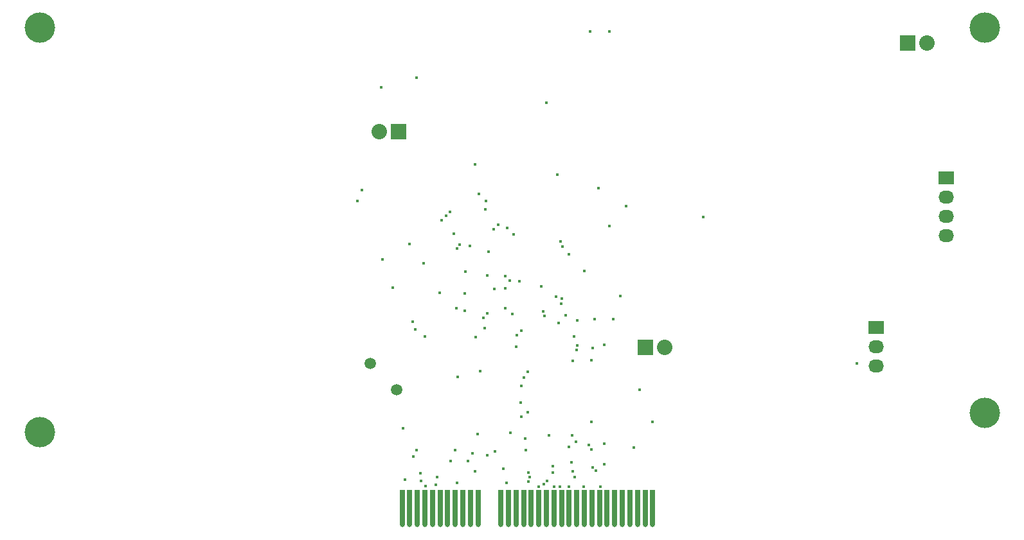
<source format=gbs>
G04 #@! TF.FileFunction,Soldermask,Bot*
%FSLAX46Y46*%
G04 Gerber Fmt 4.6, Leading zero omitted, Abs format (unit mm)*
G04 Created by KiCad (PCBNEW 4.0.2+dfsg1-stable) date Sun 02 Jun 2019 14:52:45 CEST*
%MOMM*%
G01*
G04 APERTURE LIST*
%ADD10C,0.100000*%
%ADD11C,0.650000*%
%ADD12O,0.650000X0.650000*%
%ADD13R,0.650000X4.600000*%
%ADD14C,1.500000*%
%ADD15C,4.000000*%
%ADD16R,2.032000X1.727200*%
%ADD17O,2.032000X1.727200*%
%ADD18R,2.032000X2.032000*%
%ADD19O,2.032000X2.032000*%
%ADD20C,0.400000*%
G04 APERTURE END LIST*
D10*
D11*
X131572000Y-124466000D03*
D12*
X151572000Y-124466000D03*
D13*
X151572000Y-122166000D03*
X131572000Y-122166000D03*
X132572000Y-122166000D03*
X133572000Y-122166000D03*
X134572000Y-122166000D03*
X135572000Y-122166000D03*
X136572000Y-122166000D03*
X137572000Y-122166000D03*
X138572000Y-122166000D03*
X139572000Y-122166000D03*
X140572000Y-122166000D03*
X141572000Y-122166000D03*
X146572000Y-122166000D03*
X147572000Y-122166000D03*
X148572000Y-122166000D03*
X149572000Y-122166000D03*
X150572000Y-122166000D03*
X144572000Y-122166000D03*
X145572000Y-122166000D03*
D12*
X134572000Y-124466000D03*
X135572000Y-124466000D03*
X136572000Y-124466000D03*
X137572000Y-124466000D03*
X138572000Y-124466000D03*
X139572000Y-124466000D03*
X140572000Y-124466000D03*
X146572000Y-124466000D03*
X147572000Y-124466000D03*
X133572000Y-124466000D03*
X145572000Y-124466000D03*
X148572000Y-124466000D03*
X141572000Y-124466000D03*
X144572000Y-124466000D03*
X149572000Y-124466000D03*
X150572000Y-124466000D03*
X132572000Y-124466000D03*
D13*
X152572000Y-122166000D03*
X153572000Y-122166000D03*
X154572000Y-122166000D03*
X155572000Y-122166000D03*
X156572000Y-122166000D03*
X157572000Y-122166000D03*
X158572000Y-122166000D03*
X159572000Y-122166000D03*
X160572000Y-122166000D03*
X161572000Y-122166000D03*
X162572000Y-122166000D03*
X163572000Y-122166000D03*
X164572000Y-122166000D03*
D12*
X152572000Y-124466000D03*
X153572000Y-124466000D03*
X154572000Y-124466000D03*
X155572000Y-124466000D03*
X156572000Y-124466000D03*
X157572000Y-124466000D03*
X158572000Y-124466000D03*
X159572000Y-124466000D03*
X160572000Y-124466000D03*
X161572000Y-124466000D03*
X162572000Y-124466000D03*
X163572000Y-124466000D03*
X164572000Y-124466000D03*
D14*
X130810000Y-106680000D03*
X127359319Y-103229319D03*
D15*
X208280000Y-58928000D03*
X83820000Y-112268000D03*
X208280000Y-109728000D03*
X83820000Y-58928000D03*
D16*
X203200000Y-78740000D03*
D17*
X203200000Y-81280000D03*
X203200000Y-83820000D03*
X203200000Y-86360000D03*
D18*
X198120000Y-60960000D03*
D19*
X200660000Y-60960000D03*
D16*
X194000000Y-98500000D03*
D17*
X194000000Y-101040000D03*
X194000000Y-103580000D03*
D18*
X163576000Y-101092000D03*
D19*
X166116000Y-101092000D03*
D18*
X131064000Y-72644000D03*
D19*
X128524000Y-72644000D03*
D20*
X157660400Y-119452300D03*
X191463800Y-103185000D03*
X145842000Y-112360700D03*
X141292500Y-99698800D03*
X142515600Y-82877400D03*
X141215000Y-76931100D03*
X153957500Y-112720900D03*
X153866100Y-116268500D03*
X150949700Y-112720900D03*
X140270700Y-116083900D03*
X149572000Y-119444500D03*
X158156100Y-113752400D03*
X158212300Y-116496700D03*
X131987000Y-118525600D03*
X153572000Y-119434800D03*
X128787800Y-66764500D03*
X125684500Y-81820000D03*
X136548200Y-93869400D03*
X142754100Y-91583300D03*
X140476400Y-87719900D03*
X148174000Y-118757200D03*
X151461200Y-117586500D03*
X149884200Y-93049900D03*
X151841200Y-94362900D03*
X152354900Y-119455200D03*
X145194700Y-93328400D03*
X134426800Y-89990800D03*
X138693300Y-95904700D03*
X146691400Y-99516900D03*
X147252500Y-106135200D03*
X164572000Y-110935200D03*
X156469900Y-110935200D03*
X144223100Y-84957700D03*
X162100800Y-114277700D03*
X156204800Y-113980100D03*
X143632200Y-85483000D03*
X137914900Y-83236700D03*
X137389500Y-83762700D03*
X146217100Y-86198000D03*
X136795300Y-84351000D03*
X141716600Y-80854400D03*
X155535400Y-91044000D03*
X153104900Y-96814400D03*
X148174100Y-117556400D03*
X139167800Y-87518600D03*
X146996900Y-92339900D03*
X148363500Y-118156800D03*
X150691900Y-118704700D03*
X150208300Y-119118900D03*
X156915300Y-97328500D03*
X156682000Y-101179400D03*
X154594800Y-101414700D03*
X154293600Y-118171800D03*
X147849800Y-114615000D03*
X145711000Y-92304200D03*
X145135200Y-91728400D03*
X147810300Y-113114000D03*
X141541800Y-112491300D03*
X141157000Y-117395700D03*
X143718700Y-93375200D03*
X143788500Y-114827700D03*
X139870200Y-91058000D03*
X136173300Y-118186800D03*
X134633500Y-119399300D03*
X142915600Y-88461800D03*
X138342600Y-86128000D03*
X134002300Y-117696600D03*
X142454000Y-98554200D03*
X147201400Y-108379800D03*
X147243700Y-110273900D03*
X154491700Y-113526100D03*
X154046600Y-117442200D03*
X144861500Y-117118000D03*
X138835800Y-88050700D03*
X146098700Y-96688100D03*
X148089700Y-109668000D03*
X148094400Y-104315000D03*
X151388700Y-116785400D03*
X150155600Y-96310900D03*
X145183200Y-95908600D03*
X145287800Y-118983900D03*
X140796100Y-115031700D03*
X142250100Y-97201200D03*
X142751700Y-96611300D03*
X142747400Y-115272700D03*
X138774100Y-118981000D03*
X139813700Y-96285000D03*
X139843300Y-93934100D03*
X136030200Y-119218800D03*
X150301000Y-96930200D03*
X134061900Y-118739100D03*
X153521000Y-114243700D03*
X152488900Y-95371200D03*
X158152600Y-100770800D03*
X145383500Y-85321400D03*
X147592100Y-105039000D03*
X147292900Y-98920800D03*
X162890400Y-106638300D03*
X131673500Y-111767800D03*
X132952200Y-97704300D03*
X126254700Y-80368900D03*
X132557000Y-87464800D03*
X151629100Y-119461800D03*
X157432700Y-80132800D03*
X158849000Y-85124000D03*
X130341700Y-93250000D03*
X128974800Y-89477600D03*
X156644200Y-116938900D03*
X156499300Y-102817800D03*
X152588400Y-94615400D03*
X154046400Y-102870000D03*
X156542700Y-114540800D03*
X155472600Y-119463100D03*
X146616400Y-101031000D03*
X154220800Y-99622600D03*
X141824700Y-104200500D03*
X152215600Y-97859700D03*
X157092000Y-117348000D03*
X138575100Y-114642900D03*
X133447000Y-114596000D03*
X138913100Y-104943000D03*
X133286300Y-98755000D03*
X133463500Y-65532000D03*
X134544800Y-99619400D03*
X137944200Y-116089100D03*
X133019400Y-115457900D03*
X152025400Y-78335500D03*
X161071200Y-82424600D03*
X160273300Y-94286400D03*
X159371400Y-97325900D03*
X142579400Y-81752600D03*
X171244100Y-83861500D03*
X152463700Y-87119800D03*
X150573300Y-68836500D03*
X153535000Y-88770800D03*
X158837300Y-59449400D03*
X152656700Y-87776400D03*
X156305000Y-59449400D03*
X154630100Y-97525700D03*
X154671100Y-100811500D03*
M02*

</source>
